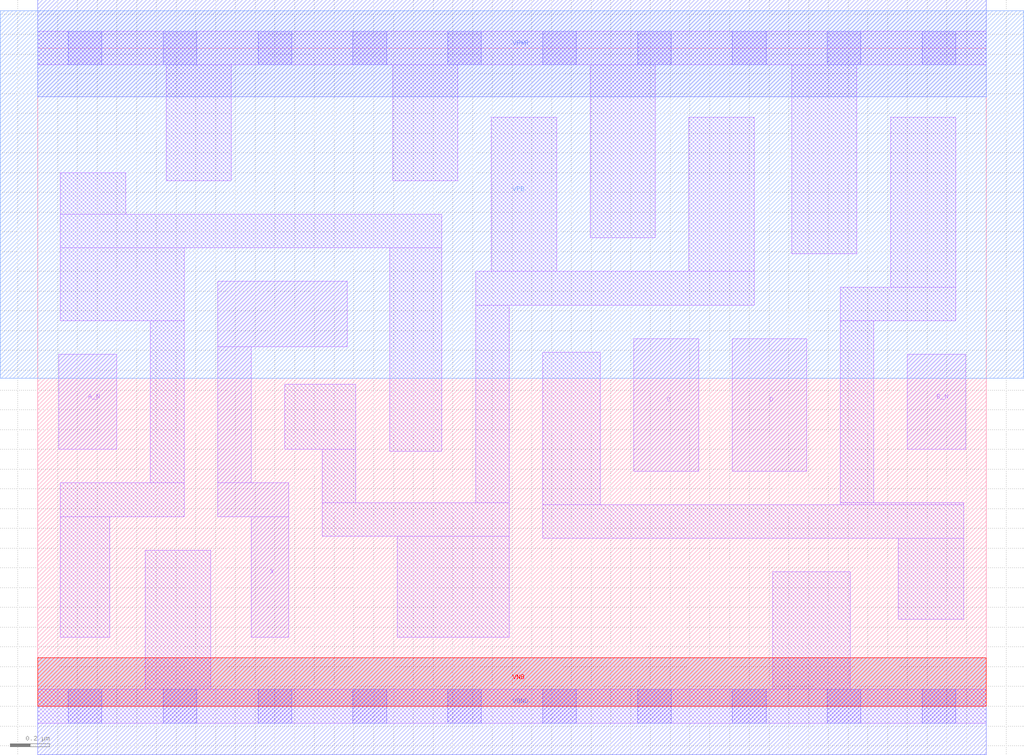
<source format=lef>
# Copyright 2020 The SkyWater PDK Authors
#
# Licensed under the Apache License, Version 2.0 (the "License");
# you may not use this file except in compliance with the License.
# You may obtain a copy of the License at
#
#     https://www.apache.org/licenses/LICENSE-2.0
#
# Unless required by applicable law or agreed to in writing, software
# distributed under the License is distributed on an "AS IS" BASIS,
# WITHOUT WARRANTIES OR CONDITIONS OF ANY KIND, either express or implied.
# See the License for the specific language governing permissions and
# limitations under the License.
#
# SPDX-License-Identifier: Apache-2.0

VERSION 5.7 ;
  NOWIREEXTENSIONATPIN ON ;
  DIVIDERCHAR "/" ;
  BUSBITCHARS "[]" ;
MACRO sky130_fd_sc_hs__and4bb_1
  CLASS CORE ;
  FOREIGN sky130_fd_sc_hs__and4bb_1 ;
  ORIGIN  0.000000  0.000000 ;
  SIZE  4.800000 BY  3.330000 ;
  SYMMETRY X Y ;
  SITE unit ;
  PIN A_N
    ANTENNAGATEAREA  0.208500 ;
    DIRECTION INPUT ;
    USE SIGNAL ;
    PORT
      LAYER li1 ;
        RECT 0.105000 1.300000 0.400000 1.780000 ;
    END
  END A_N
  PIN B_N
    ANTENNAGATEAREA  0.208500 ;
    DIRECTION INPUT ;
    USE SIGNAL ;
    PORT
      LAYER li1 ;
        RECT 4.400000 1.300000 4.695000 1.780000 ;
    END
  END B_N
  PIN C
    ANTENNAGATEAREA  0.222000 ;
    DIRECTION INPUT ;
    USE SIGNAL ;
    PORT
      LAYER li1 ;
        RECT 3.015000 1.190000 3.345000 1.860000 ;
    END
  END C
  PIN D
    ANTENNAGATEAREA  0.222000 ;
    DIRECTION INPUT ;
    USE SIGNAL ;
    PORT
      LAYER li1 ;
        RECT 3.515000 1.190000 3.890000 1.860000 ;
    END
  END D
  PIN X
    ANTENNADIFFAREA  0.692500 ;
    DIRECTION OUTPUT ;
    USE SIGNAL ;
    PORT
      LAYER li1 ;
        RECT 0.910000 0.960000 1.270000 1.130000 ;
        RECT 0.910000 1.130000 1.080000 1.820000 ;
        RECT 0.910000 1.820000 1.565000 2.150000 ;
        RECT 1.080000 0.350000 1.270000 0.960000 ;
    END
  END X
  PIN VGND
    DIRECTION INOUT ;
    USE GROUND ;
    PORT
      LAYER met1 ;
        RECT 0.000000 -0.245000 4.800000 0.245000 ;
    END
  END VGND
  PIN VNB
    DIRECTION INOUT ;
    USE GROUND ;
    PORT
      LAYER pwell ;
        RECT 0.000000 0.000000 4.800000 0.245000 ;
    END
  END VNB
  PIN VPB
    DIRECTION INOUT ;
    USE POWER ;
    PORT
      LAYER nwell ;
        RECT -0.190000 1.660000 4.990000 3.520000 ;
    END
  END VPB
  PIN VPWR
    DIRECTION INOUT ;
    USE POWER ;
    PORT
      LAYER met1 ;
        RECT 0.000000 3.085000 4.800000 3.575000 ;
    END
  END VPWR
  OBS
    LAYER li1 ;
      RECT 0.000000 -0.085000 4.800000 0.085000 ;
      RECT 0.000000  3.245000 4.800000 3.415000 ;
      RECT 0.115000  0.350000 0.365000 0.960000 ;
      RECT 0.115000  0.960000 0.740000 1.130000 ;
      RECT 0.115000  1.950000 0.740000 2.320000 ;
      RECT 0.115000  2.320000 2.045000 2.490000 ;
      RECT 0.115000  2.490000 0.445000 2.700000 ;
      RECT 0.545000  0.085000 0.875000 0.790000 ;
      RECT 0.570000  1.130000 0.740000 1.950000 ;
      RECT 0.650000  2.660000 0.980000 3.245000 ;
      RECT 1.250000  1.300000 1.610000 1.630000 ;
      RECT 1.440000  0.860000 2.385000 1.030000 ;
      RECT 1.440000  1.030000 1.610000 1.300000 ;
      RECT 1.780000  1.290000 2.045000 2.320000 ;
      RECT 1.795000  2.660000 2.125000 3.245000 ;
      RECT 1.820000  0.350000 2.385000 0.860000 ;
      RECT 2.215000  1.030000 2.385000 2.030000 ;
      RECT 2.215000  2.030000 3.625000 2.200000 ;
      RECT 2.295000  2.200000 2.625000 2.980000 ;
      RECT 2.555000  0.850000 4.685000 1.020000 ;
      RECT 2.555000  1.020000 2.845000 1.790000 ;
      RECT 2.795000  2.370000 3.125000 3.245000 ;
      RECT 3.295000  2.200000 3.625000 2.980000 ;
      RECT 3.720000  0.085000 4.110000 0.680000 ;
      RECT 3.815000  2.290000 4.145000 3.245000 ;
      RECT 4.060000  1.020000 4.685000 1.030000 ;
      RECT 4.060000  1.030000 4.230000 1.950000 ;
      RECT 4.060000  1.950000 4.645000 2.120000 ;
      RECT 4.315000  2.120000 4.645000 2.980000 ;
      RECT 4.355000  0.440000 4.685000 0.850000 ;
    LAYER mcon ;
      RECT 0.155000 -0.085000 0.325000 0.085000 ;
      RECT 0.155000  3.245000 0.325000 3.415000 ;
      RECT 0.635000 -0.085000 0.805000 0.085000 ;
      RECT 0.635000  3.245000 0.805000 3.415000 ;
      RECT 1.115000 -0.085000 1.285000 0.085000 ;
      RECT 1.115000  3.245000 1.285000 3.415000 ;
      RECT 1.595000 -0.085000 1.765000 0.085000 ;
      RECT 1.595000  3.245000 1.765000 3.415000 ;
      RECT 2.075000 -0.085000 2.245000 0.085000 ;
      RECT 2.075000  3.245000 2.245000 3.415000 ;
      RECT 2.555000 -0.085000 2.725000 0.085000 ;
      RECT 2.555000  3.245000 2.725000 3.415000 ;
      RECT 3.035000 -0.085000 3.205000 0.085000 ;
      RECT 3.035000  3.245000 3.205000 3.415000 ;
      RECT 3.515000 -0.085000 3.685000 0.085000 ;
      RECT 3.515000  3.245000 3.685000 3.415000 ;
      RECT 3.995000 -0.085000 4.165000 0.085000 ;
      RECT 3.995000  3.245000 4.165000 3.415000 ;
      RECT 4.475000 -0.085000 4.645000 0.085000 ;
      RECT 4.475000  3.245000 4.645000 3.415000 ;
  END
END sky130_fd_sc_hs__and4bb_1
END LIBRARY

</source>
